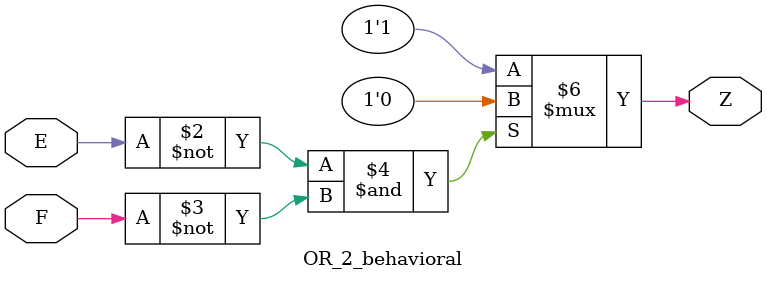
<source format=sv>

module OR_2_gate_level (output X, input A, B);
or #10(X,A,B);
endmodule

// Data flow modeling code for 2 input OR gate
module OR_2_data_flow (output Y, input C, D);
assign #10 Y = C | D;
endmodule

//Behavioral modeling code for 2 input OR gate
module OR_2_behavioral (output reg Z, input E, F);
always @ (E or F) begin
if (E==0 & F==0) begin
#10 Z = 0;
end
else
#10 Z = 1;
end
endmodule
</source>
